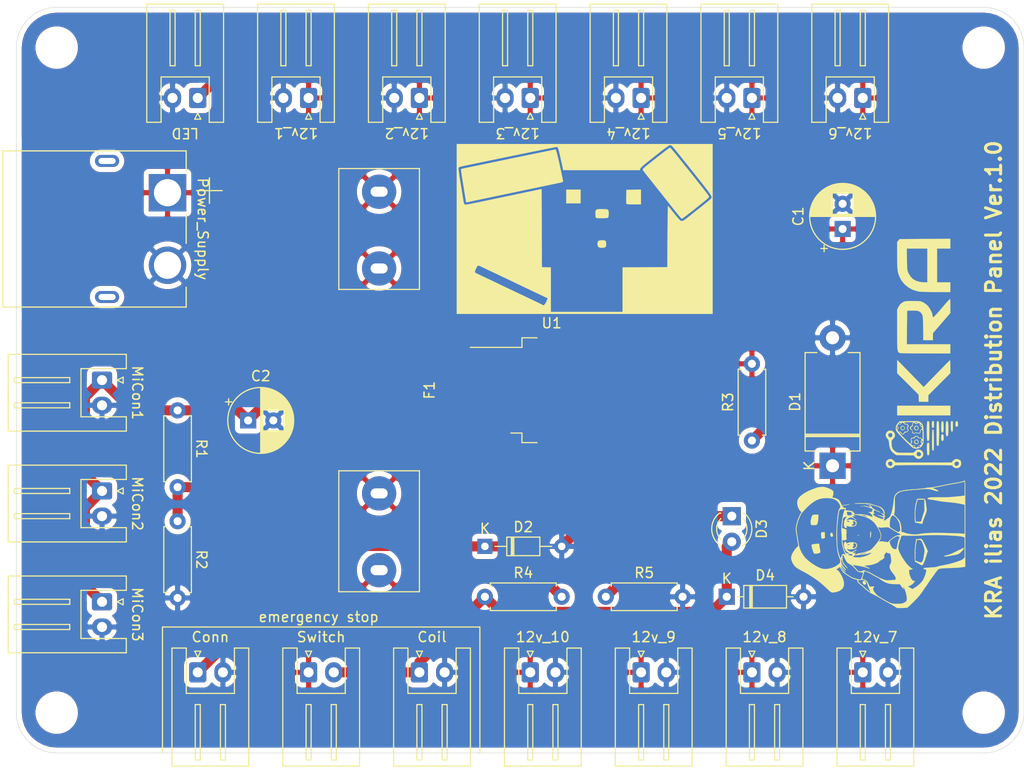
<source format=kicad_pcb>
(kicad_pcb (version 20171130) (host pcbnew "(5.1.12)-1")
  (layers (0 F.Cu signal) (31 B.Cu signal) (34 B.Paste user) (35 F.Paste user) (36 B.SilkS user) (37 F.SilkS user) (38 B.Mask user) (39 F.Mask user) (44 Edge.Cuts user))
  (net 0 "")
  (net 1 GND)
  (net 2 +BATT)
  (net 3 "Net-(D3-Pad1)")
  (net 4 VCC)
  (net 5 "Net-(J2-Pad1)")
  (net 6 "Net-(C2-Pad1)")
  (net 7 "Net-(D2-Pad1)")
  (net 8 "Net-(D3-Pad2)")
  (net 9 "Net-(R1-Pad2)")
  (module logo:rogi_inu (layer F.Cu) (at 126.4 88)
    (fp_text reference G*** hide)
    (fp_text value LOGO hide)
  )
  (module logo:rogi_bijo (layer F.Cu) (at 155.6 118.6 90)
    (fp_text reference G*** hide)
    (fp_text value LOGO hide)
  )
  (module logo:kra_mono_a (layer F.Cu) (at 160 100 90)
    (fp_text reference G*** hide)
    (fp_text value LOGO hide)
  )
  (module MountingHole:MountingHole_3.2mm_M3 (layer F.Cu) (at 166 70)
    (fp_text reference REF2 hide)
    (fp_text value MountingHole_3.2mm_M3)
    (pad 1 np_thru_hole circle (at 0 0) (size 3.2 3.2) (drill 3.2) (layers *.Cu *.Mask))
  )
  (module MountingHole:MountingHole_3.2mm_M3 (layer F.Cu) (at 166 136)
    (fp_text reference REF3 hide)
    (fp_text value MountingHole_3.2mm_M3)
    (pad 1 np_thru_hole circle (at 0 0) (size 3.2 3.2) (drill 3.2) (layers *.Cu *.Mask))
  )
  (module MountingHole:MountingHole_3.2mm_M3 (layer F.Cu) (at 74 70)
    (fp_text reference REF1 hide)
    (fp_text value MountingHole_3.2mm_M3)
    (pad 1 np_thru_hole circle (at 0 0) (size 3.2 3.2) (drill 3.2) (layers *.Cu *.Mask))
  )
  (module MountingHole:MountingHole_3.2mm_M3 (layer F.Cu) (at 74 136)
    (fp_text reference REF4 hide)
    (fp_text value MountingHole_3.2mm_M3)
    (pad 1 np_thru_hole circle (at 0 0) (size 3.2 3.2) (drill 3.2) (layers *.Cu *.Mask))
  )
  (module Diode_THT:D_DO-201_P12.70mm_Horizontal (layer F.Cu) (at 151 111.5 90)
    (fp_text reference D1 (at 6.35 -3.725 90 unlocked) (layer F.SilkS))
    (fp_text value D_Schottky)
    (fp_text user K (at 0 -2.3 90) (layer F.SilkS))
    (pad 1 thru_hole rect (at 0 0 90) (size 2.6 2.6) (drill 1.3) (layers *.Cu *.Mask) (net 4 VCC))
    (pad 2 thru_hole oval (at 12.7 0 90) (size 2.6 2.6) (drill 1.3) (layers *.Cu *.Mask) (net 1 GND))
  )
  (module Diode_THT:D_DO-34_SOD68_P7.62mm_Horizontal (layer F.Cu) (at 116.5 119.5)
    (fp_text reference D2 (at 3.81 -1.92) (layer F.SilkS))
    (fp_text value D_Zener)
    (fp_text user K (at 0 -1.75) (layer F.SilkS))
    (pad 1 thru_hole rect (at 0 0) (size 1.5 1.5) (drill 0.75) (layers *.Cu *.Mask) (net 7 "Net-(D2-Pad1)"))
    (pad 2 thru_hole oval (at 7.62 0) (size 1.5 1.5) (drill 0.75) (layers *.Cu *.Mask) (net 1 GND))
  )
  (module LED_THT:LED_D3.0mm (layer F.Cu) (at 141 116.5 270)
    (fp_text reference D3 (at 1.27 -2.96 90) (layer F.SilkS))
    (fp_text value LED)
    (pad 1 thru_hole rect (at 0 0 270) (size 1.8 1.8) (drill 0.9) (layers *.Cu *.Mask) (net 3 "Net-(D3-Pad1)"))
    (pad 2 thru_hole circle (at 2.54 0 270) (size 1.8 1.8) (drill 0.9) (layers *.Cu *.Mask) (net 8 "Net-(D3-Pad2)"))
  )
  (module Diode_THT:D_DO-35_SOD27_P7.62mm_Horizontal (layer F.Cu) (at 140.5 124.5)
    (fp_text reference D4 (at 3.81 -2.12) (layer F.SilkS))
    (fp_text value D_Schottky)
    (fp_text user K (at 0 -1.8) (layer F.SilkS))
    (pad 1 thru_hole rect (at 0 0) (size 1.6 1.6) (drill 0.8) (layers *.Cu *.Mask) (net 8 "Net-(D3-Pad2)"))
    (pad 2 thru_hole oval (at 7.62 0) (size 1.6 1.6) (drill 0.8) (layers *.Cu *.Mask) (net 1 GND))
  )
  (module Fuse:Fuse_Holder (layer F.Cu) (at 106 103 270)
    (fp_text reference F1 (at 1 -5 90) (layer F.SilkS))
    (fp_text value Fuse)
    (pad 1 thru_hole circle (at -18.7 0 270) (size 3.4 3.4) (drill oval 1 1.7) (layers *.Cu *.Mask) (net 2 +BATT))
    (pad 1 thru_hole circle (at -11.08 0 270) (size 3.4 3.4) (drill oval 1 1.7) (layers *.Cu *.Mask) (net 2 +BATT))
    (pad 2 thru_hole circle (at 11.24 0 270) (size 3.4 3.4) (drill oval 1 1.7) (layers *.Cu *.Mask) (net 4 VCC))
    (pad 2 thru_hole circle (at 18.86 0 270) (size 3.4 3.4) (drill oval 1 1.7) (layers *.Cu *.Mask) (net 4 VCC))
  )
  (module XT60PW-M:AMASS_XT60PW-M (layer F.Cu) (at 79 88 90)
    (fp_text reference Power_Supply (at 0 9.5 270 unlocked) (layer F.SilkS) (effects (font (size 1.000441 1.000441))))
    (fp_text value XT60)
    (pad 2 thru_hole circle (at -3.6 6 90) (size 3.716 3.716) (drill 2.7) (layers *.Cu *.Mask) (net 1 GND))
    (pad 1 thru_hole rect (at 3.6 6 90) (size 3.716 3.716) (drill 2.7) (layers *.Cu *.Mask) (net 2 +BATT))
    (pad S2 thru_hole oval (at -6.75 0 90) (size 1.2 2.4) (drill oval 0.6 1.7) (layers *.Cu *.Mask))
    (pad S1 thru_hole oval (at 6.75 0 90) (size 1.2 2.4) (drill oval 0.6 1.7) (layers *.Cu *.Mask))
  )
  (module Connector_JST:JST_XH_S2B-XH-A_1x02_P2.50mm_Horizontal (layer F.Cu) (at 88 75 180)
    (fp_text reference LED (at 1.25 -3.5 180 unlocked) (layer F.SilkS))
    (fp_text value XH_led)
    (pad 2 thru_hole oval (at 2.5 0 180) (size 1.7 2) (drill 1) (layers *.Cu *.Mask) (net 1 GND))
    (pad 1 thru_hole roundrect (at 0 0 180) (size 1.7 2) (drill 1) (layers *.Cu *.Mask) (roundrect_rratio 0.1470588235294118) (net 5 "Net-(J2-Pad1)"))
  )
  (module Connector_JST:JST_XH_S2B-XH-A_1x02_P2.50mm_Horizontal (layer F.Cu) (at 78.5 103 270)
    (fp_text reference MiCon1 (at 1.25 -3.5 270 unlocked) (layer F.SilkS))
    (fp_text value XH_MiCom_1)
    (pad 1 thru_hole roundrect (at 0 0 270) (size 1.7 2) (drill 1) (layers *.Cu *.Mask) (roundrect_rratio 0.1470588235294118) (net 6 "Net-(C2-Pad1)"))
    (pad 2 thru_hole oval (at 2.5 0 270) (size 1.7 2) (drill 1) (layers *.Cu *.Mask) (net 1 GND))
  )
  (module Connector_JST:JST_XH_S2B-XH-A_1x02_P2.50mm_Horizontal (layer F.Cu) (at 78.5 114 270)
    (fp_text reference MiCon2 (at 1.25 -3.5 270 unlocked) (layer F.SilkS))
    (fp_text value XH_MiCom_2)
    (pad 2 thru_hole oval (at 2.5 0 270) (size 1.7 2) (drill 1) (layers *.Cu *.Mask) (net 1 GND))
    (pad 1 thru_hole roundrect (at 0 0 270) (size 1.7 2) (drill 1) (layers *.Cu *.Mask) (roundrect_rratio 0.1470588235294118) (net 6 "Net-(C2-Pad1)"))
  )
  (module Connector_JST:JST_XH_S2B-XH-A_1x02_P2.50mm_Horizontal (layer F.Cu) (at 78.5 125 270)
    (fp_text reference MiCon3 (at 1.25 -3.5 270 unlocked) (layer F.SilkS))
    (fp_text value XH_MiCom_3)
    (pad 1 thru_hole roundrect (at 0 0 270) (size 1.7 2) (drill 1) (layers *.Cu *.Mask) (roundrect_rratio 0.1470588235294118) (net 6 "Net-(C2-Pad1)"))
    (pad 2 thru_hole oval (at 2.5 0 270) (size 1.7 2) (drill 1) (layers *.Cu *.Mask) (net 1 GND))
  )
  (module Connector_JST:JST_XH_S2B-XH-A_1x02_P2.50mm_Horizontal (layer F.Cu) (at 88 132)
    (fp_text reference Conn (at 1.25 -3.5) (layer F.SilkS))
    (fp_text value Conn_01x02_Male)
    (pad 1 thru_hole roundrect (at 0 0) (size 1.7 2) (drill 1) (layers *.Cu *.Mask) (roundrect_rratio 0.1470588235294118) (net 7 "Net-(D2-Pad1)"))
    (pad 2 thru_hole oval (at 2.5 0) (size 1.7 2) (drill 1) (layers *.Cu *.Mask) (net 1 GND))
  )
  (module Connector_JST:JST_XH_S2B-XH-A_1x02_P2.50mm_Horizontal (layer F.Cu) (at 99 132)
    (fp_text reference Switch (at 1.25 -3.5) (layer F.SilkS))
    (fp_text value switch)
    (pad 1 thru_hole roundrect (at 0 0) (size 1.7 2) (drill 1) (layers *.Cu *.Mask) (roundrect_rratio 0.1470588235294118) (net 4 VCC))
    (pad 2 thru_hole oval (at 2.5 0) (size 1.7 2) (drill 1) (layers *.Cu *.Mask) (net 8 "Net-(D3-Pad2)"))
  )
  (module Connector_JST:JST_XH_S2B-XH-A_1x02_P2.50mm_Horizontal (layer F.Cu) (at 110 132)
    (fp_text reference Coil (at 1.25 -3.5) (layer F.SilkS))
    (fp_text value coil)
    (pad 2 thru_hole oval (at 2.5 0) (size 1.7 2) (drill 1) (layers *.Cu *.Mask) (net 1 GND))
    (pad 1 thru_hole roundrect (at 0 0) (size 1.7 2) (drill 1) (layers *.Cu *.Mask) (roundrect_rratio 0.1470588235294118) (net 8 "Net-(D3-Pad2)"))
  )
  (module Connector_JST:JST_XH_S2B-XH-A_1x02_P2.50mm_Horizontal (layer F.Cu) (at 99 75 180)
    (fp_text reference 12v_1 (at 1.25 -3.5 180 unlocked) (layer F.SilkS))
    (fp_text value XH_MD_1)
    (pad 1 thru_hole roundrect (at 0 0 180) (size 1.7 2) (drill 1) (layers *.Cu *.Mask) (roundrect_rratio 0.1470588235294118) (net 4 VCC))
    (pad 2 thru_hole oval (at 2.5 0 180) (size 1.7 2) (drill 1) (layers *.Cu *.Mask) (net 1 GND))
  )
  (module Connector_JST:JST_XH_S2B-XH-A_1x02_P2.50mm_Horizontal (layer F.Cu) (at 110 75 180)
    (fp_text reference 12v_2 (at 1.25 -3.5 180 unlocked) (layer F.SilkS))
    (fp_text value XH_MD_2)
    (pad 2 thru_hole oval (at 2.5 0 180) (size 1.7 2) (drill 1) (layers *.Cu *.Mask) (net 1 GND))
    (pad 1 thru_hole roundrect (at 0 0 180) (size 1.7 2) (drill 1) (layers *.Cu *.Mask) (roundrect_rratio 0.1470588235294118) (net 4 VCC))
  )
  (module Connector_JST:JST_XH_S2B-XH-A_1x02_P2.50mm_Horizontal (layer F.Cu) (at 121 75 180)
    (fp_text reference 12v_3 (at 1.25 -3.5 180 unlocked) (layer F.SilkS))
    (fp_text value XH_MD_3)
    (pad 1 thru_hole roundrect (at 0 0 180) (size 1.7 2) (drill 1) (layers *.Cu *.Mask) (roundrect_rratio 0.1470588235294118) (net 4 VCC))
    (pad 2 thru_hole oval (at 2.5 0 180) (size 1.7 2) (drill 1) (layers *.Cu *.Mask) (net 1 GND))
  )
  (module Connector_JST:JST_XH_S2B-XH-A_1x02_P2.50mm_Horizontal (layer F.Cu) (at 132 75 180)
    (fp_text reference 12v_4 (at 1.25 -3.5 180 unlocked) (layer F.SilkS))
    (fp_text value XH_MD_4)
    (pad 2 thru_hole oval (at 2.5 0 180) (size 1.7 2) (drill 1) (layers *.Cu *.Mask) (net 1 GND))
    (pad 1 thru_hole roundrect (at 0 0 180) (size 1.7 2) (drill 1) (layers *.Cu *.Mask) (roundrect_rratio 0.1470588235294118) (net 4 VCC))
  )
  (module Connector_JST:JST_XH_S2B-XH-A_1x02_P2.50mm_Horizontal (layer F.Cu) (at 143 75 180)
    (fp_text reference 12v_5 (at 1.25 -3.5 180 unlocked) (layer F.SilkS))
    (fp_text value XH_MD_5)
    (pad 1 thru_hole roundrect (at 0 0 180) (size 1.7 2) (drill 1) (layers *.Cu *.Mask) (roundrect_rratio 0.1470588235294118) (net 4 VCC))
    (pad 2 thru_hole oval (at 2.5 0 180) (size 1.7 2) (drill 1) (layers *.Cu *.Mask) (net 1 GND))
  )
  (module Connector_JST:JST_XH_S2B-XH-A_1x02_P2.50mm_Horizontal (layer F.Cu) (at 154 75 180)
    (fp_text reference 12v_6 (at 1.25 -3.5 180 unlocked) (layer F.SilkS))
    (fp_text value XH_MD_6)
    (pad 2 thru_hole oval (at 2.5 0 180) (size 1.7 2) (drill 1) (layers *.Cu *.Mask) (net 1 GND))
    (pad 1 thru_hole roundrect (at 0 0 180) (size 1.7 2) (drill 1) (layers *.Cu *.Mask) (roundrect_rratio 0.1470588235294118) (net 4 VCC))
  )
  (module Connector_JST:JST_XH_S2B-XH-A_1x02_P2.50mm_Horizontal (layer F.Cu) (at 154 132)
    (fp_text reference 12v_7 (at 1.25 -3.5) (layer F.SilkS))
    (fp_text value XH_MD_7)
    (pad 2 thru_hole oval (at 2.5 0) (size 1.7 2) (drill 1) (layers *.Cu *.Mask) (net 1 GND))
    (pad 1 thru_hole roundrect (at 0 0) (size 1.7 2) (drill 1) (layers *.Cu *.Mask) (roundrect_rratio 0.1470588235294118) (net 4 VCC))
  )
  (module Connector_JST:JST_XH_S2B-XH-A_1x02_P2.50mm_Horizontal (layer F.Cu) (at 143 132)
    (fp_text reference 12v_8 (at 1.25 -3.5) (layer F.SilkS))
    (fp_text value XH_MD_8)
    (pad 1 thru_hole roundrect (at 0 0) (size 1.7 2) (drill 1) (layers *.Cu *.Mask) (roundrect_rratio 0.1470588235294118) (net 4 VCC))
    (pad 2 thru_hole oval (at 2.5 0) (size 1.7 2) (drill 1) (layers *.Cu *.Mask) (net 1 GND))
  )
  (module Connector_JST:JST_XH_S2B-XH-A_1x02_P2.50mm_Horizontal (layer F.Cu) (at 132 132)
    (fp_text reference 12v_9 (at 1.25 -3.5) (layer F.SilkS))
    (fp_text value XH_MD_1)
    (pad 2 thru_hole oval (at 2.5 0) (size 1.7 2) (drill 1) (layers *.Cu *.Mask) (net 1 GND))
    (pad 1 thru_hole roundrect (at 0 0) (size 1.7 2) (drill 1) (layers *.Cu *.Mask) (roundrect_rratio 0.1470588235294118) (net 4 VCC))
  )
  (module Connector_JST:JST_XH_S2B-XH-A_1x02_P2.50mm_Horizontal (layer F.Cu) (at 121 132)
    (fp_text reference 12v_10 (at 1.25 -3.5) (layer F.SilkS))
    (fp_text value XH_MD_2)
    (pad 1 thru_hole roundrect (at 0 0) (size 1.7 2) (drill 1) (layers *.Cu *.Mask) (roundrect_rratio 0.1470588235294118) (net 4 VCC))
    (pad 2 thru_hole oval (at 2.5 0) (size 1.7 2) (drill 1) (layers *.Cu *.Mask) (net 1 GND))
  )
  (module Resistor_THT:R_Axial_DIN0207_L6.3mm_D2.5mm_P7.62mm_Horizontal (layer F.Cu) (at 86 106 270)
    (fp_text reference R1 (at 3.81 -2.37 270 unlocked) (layer F.SilkS))
    (fp_text value 3k)
    (pad 2 thru_hole oval (at 7.62 0 270) (size 1.6 1.6) (drill 0.8) (layers *.Cu *.Mask) (net 9 "Net-(R1-Pad2)"))
    (pad 1 thru_hole circle (at 0 0 270) (size 1.6 1.6) (drill 0.8) (layers *.Cu *.Mask) (net 6 "Net-(C2-Pad1)"))
  )
  (module Resistor_THT:R_Axial_DIN0207_L6.3mm_D2.5mm_P7.62mm_Horizontal (layer F.Cu) (at 86 117 270)
    (fp_text reference R2 (at 3.81 -2.37 270 unlocked) (layer F.SilkS))
    (fp_text value 1k)
    (pad 1 thru_hole circle (at 0 0 270) (size 1.6 1.6) (drill 0.8) (layers *.Cu *.Mask) (net 9 "Net-(R1-Pad2)"))
    (pad 2 thru_hole oval (at 7.62 0 270) (size 1.6 1.6) (drill 0.8) (layers *.Cu *.Mask) (net 1 GND))
  )
  (module Resistor_THT:R_Axial_DIN0207_L6.3mm_D2.5mm_P7.62mm_Horizontal (layer F.Cu) (at 143 109 90)
    (fp_text reference R3 (at 3.81 -2.37 90 unlocked) (layer F.SilkS))
    (fp_text value 1k)
    (pad 1 thru_hole circle (at 0 0 90) (size 1.6 1.6) (drill 0.8) (layers *.Cu *.Mask) (net 5 "Net-(J2-Pad1)"))
    (pad 2 thru_hole oval (at 7.62 0 90) (size 1.6 1.6) (drill 0.8) (layers *.Cu *.Mask) (net 4 VCC))
  )
  (module Resistor_THT:R_Axial_DIN0207_L6.3mm_D2.5mm_P7.62mm_Horizontal (layer F.Cu) (at 116.5 124.5)
    (fp_text reference R4 (at 3.81 -2.37) (layer F.SilkS))
    (fp_text value 2k)
    (pad 2 thru_hole oval (at 7.62 0) (size 1.6 1.6) (drill 0.8) (layers *.Cu *.Mask) (net 7 "Net-(D2-Pad1)"))
    (pad 1 thru_hole circle (at 0 0) (size 1.6 1.6) (drill 0.8) (layers *.Cu *.Mask) (net 8 "Net-(D3-Pad2)"))
  )
  (module Resistor_THT:R_Axial_DIN0207_L6.3mm_D2.5mm_P7.62mm_Horizontal (layer F.Cu) (at 128.5 124.5)
    (fp_text reference R5 (at 3.81 -2.37) (layer F.SilkS))
    (fp_text value 680)
    (pad 1 thru_hole circle (at 0 0) (size 1.6 1.6) (drill 0.8) (layers *.Cu *.Mask) (net 3 "Net-(D3-Pad1)"))
    (pad 2 thru_hole oval (at 7.62 0) (size 1.6 1.6) (drill 0.8) (layers *.Cu *.Mask) (net 1 GND))
  )
  (module Package_TO_SOT_SMD:TO-263-5_TabPin3 (layer F.Cu) (at 123.125 104)
    (fp_text reference U1 (at 0 -6.65) (layer F.SilkS))
    (fp_text value TPS75501R)
    (pad 1 smd rect (at -5.775 -3.4) (size 4.6 1.1) (layers F.Cu F.Paste F.Mask) (net 4 VCC))
    (pad 2 smd rect (at -5.775 -1.7) (size 4.6 1.1) (layers F.Cu F.Paste F.Mask) (net 4 VCC))
    (pad 3 smd rect (at -5.775 0) (size 4.6 1.1) (layers F.Cu F.Paste F.Mask) (net 1 GND))
    (pad 4 smd rect (at -5.775 1.7) (size 4.6 1.1) (layers F.Cu F.Paste F.Mask) (net 6 "Net-(C2-Pad1)"))
    (pad 5 smd rect (at -5.775 3.4) (size 4.6 1.1) (layers F.Cu F.Paste F.Mask) (net 9 "Net-(R1-Pad2)"))
    (pad 3 smd rect (at 3.375 0) (size 9.4 10.8) (layers F.Cu F.Mask) (net 1 GND))
  )
  (module Capacitor_THT:CP_Radial_D6.3mm_P2.50mm (layer F.Cu) (at 152 88 90)
    (fp_text reference C1 (at 1.25 -4.4 90) (layer F.SilkS))
    (fp_text value 100u)
    (pad 1 thru_hole rect (at 0 0 90) (size 1.6 1.6) (drill 0.8) (layers *.Cu *.Mask) (net 4 VCC))
    (pad 2 thru_hole circle (at 2.5 0 90) (size 1.6 1.6) (drill 0.8) (layers *.Cu *.Mask) (net 1 GND))
  )
  (module Capacitor_THT:CP_Radial_D6.3mm_P2.50mm (layer F.Cu) (at 93 107)
    (fp_text reference C2 (at 1.25 -4.4) (layer F.SilkS))
    (fp_text value 100u)
    (pad 2 thru_hole circle (at 2.5 0) (size 1.6 1.6) (drill 0.8) (layers *.Cu *.Mask) (net 1 GND))
    (pad 1 thru_hole rect (at 0 0) (size 1.6 1.6) (drill 0.8) (layers *.Cu *.Mask) (net 6 "Net-(C2-Pad1)"))
  )
  (gr_text "KRA ilias 2022 Distribution Panel Ver.1.0\n" (at 167 103 90) (layer F.SilkS) (effects (font (size 1.5 1.5) (thickness 0.3))))
  (gr_text "emergency stop" (at 100 126.5) (layer F.SilkS) (effects (font (size 1 1))))
  (gr_line (start 116 127.5) (end 116 140) (layer F.SilkS) (width 0.12))
  (gr_line (start 84.5 127.5) (end 116 127.5) (layer F.SilkS) (width 0.12))
  (gr_line (start 84.5 128) (end 84.5 127.5) (layer F.SilkS) (width 0.12))
  (gr_line (start 84.5 140) (end 84.5 128) (layer F.SilkS) (width 0.12))
  (gr_line (start 70 70) (end 70 134) (layer Edge.Cuts) (width 0.05))
  (gr_line (start 170 70) (end 170 136) (layer Edge.Cuts) (width 0.05))
  (gr_line (start 74 66) (end 166 66) (layer Edge.Cuts) (width 0.05))
  (gr_line (start 74 140) (end 166 140) (layer Edge.Cuts) (width 0.05))
  (gr_line (start 70 134) (end 70 136) (layer Edge.Cuts) (width 0.05))
  (gr_arc (start 166 70) (end 170 70) (angle -90) (layer Edge.Cuts) (width 0.05))
  (gr_arc (start 74 70) (end 74 66) (angle -90) (layer Edge.Cuts) (width 0.05))
  (gr_arc (start 166 136) (end 166 140) (angle -90) (layer Edge.Cuts) (width 0.05))
  (gr_arc (start 74 136) (end 70 136) (angle -90) (layer Edge.Cuts) (width 0.05))
  (segment (start 117.35 104) (end 126.5 104) (width 1) (layer F.Cu) (net 1))
  (segment (start 126.5 117.12) (end 124.12 119.5) (width 1) (layer F.Cu) (net 1))
  (segment (start 126.5 104) (end 126.5 117.12) (width 1) (layer F.Cu) (net 1))
  (segment (start 136.5 116.5) (end 128.5 124.5) (width 1) (layer F.Cu) (net 3))
  (segment (start 141 116.5) (end 136.5 116.5) (width 1) (layer F.Cu) (net 3))
  (segment (start 144.500001 107.499999) (end 143 109) (width 1) (layer F.Cu) (net 5))
  (segment (start 145.5 84) (end 145.5 106.5) (width 1) (layer F.Cu) (net 5))
  (segment (start 133 71.5) (end 145.5 84) (width 1) (layer F.Cu) (net 5))
  (segment (start 91.5 71.5) (end 133 71.5) (width 1) (layer F.Cu) (net 5))
  (segment (start 145.5 106.5) (end 144.500001 107.499999) (width 1) (layer F.Cu) (net 5))
  (segment (start 88 75) (end 91.5 71.5) (width 1) (layer F.Cu) (net 5))
  (segment (start 76.79999 123.29999) (end 78.5 125) (width 1) (layer F.Cu) (net 6))
  (segment (start 78.5 114) (end 76.79999 115.70001) (width 1) (layer F.Cu) (net 6))
  (segment (start 92 106) (end 93 107) (width 1) (layer F.Cu) (net 6))
  (segment (start 86 106) (end 92 106) (width 1) (layer F.Cu) (net 6))
  (segment (start 94.500001 105.499999) (end 93 107) (width 1) (layer F.Cu) (net 6))
  (segment (start 97.420002 105.7) (end 97.220001 105.499999) (width 1) (layer F.Cu) (net 6))
  (segment (start 97.220001 105.499999) (end 94.500001 105.499999) (width 1) (layer F.Cu) (net 6))
  (segment (start 113.7 105.7) (end 117.35 105.7) (width 1) (layer F.Cu) (net 6))
  (segment (start 97.420002 105.7) (end 113.7 105.7) (width 1) (layer F.Cu) (net 6))
  (segment (start 81.5 106) (end 78.5 103) (width 1) (layer F.Cu) (net 6))
  (segment (start 86 106) (end 81.5 106) (width 1) (layer F.Cu) (net 6))
  (segment (start 76.79999 112.29999) (end 78.5 114) (width 1) (layer F.Cu) (net 6))
  (segment (start 76.79999 104.70001) (end 76.79999 112.29999) (width 1) (layer F.Cu) (net 6))
  (segment (start 78.5 103) (end 76.79999 104.70001) (width 1) (layer F.Cu) (net 6))
  (segment (start 76.79999 115.70001) (end 76.79999 123.29999) (width 1) (layer F.Cu) (net 6))
  (segment (start 119.12 119.5) (end 124.12 124.5) (width 1) (layer F.Cu) (net 7))
  (segment (start 116.5 119.5) (end 119.12 119.5) (width 1) (layer F.Cu) (net 7))
  (segment (start 116.5 119.5) (end 114.75 119.5) (width 1) (layer F.Cu) (net 7))
  (segment (start 100.540001 119.459999) (end 88 132) (width 1) (layer F.Cu) (net 7))
  (segment (start 114.709999 119.459999) (end 100.540001 119.459999) (width 1) (layer F.Cu) (net 7))
  (segment (start 114.75 119.5) (end 114.709999 119.459999) (width 1) (layer F.Cu) (net 7))
  (segment (start 140.5 119.54) (end 141 119.04) (width 1) (layer F.Cu) (net 8))
  (segment (start 140.5 124.5) (end 140.5 119.54) (width 1) (layer F.Cu) (net 8))
  (segment (start 110 131) (end 110 132) (width 1) (layer F.Cu) (net 8))
  (segment (start 116.5 124.5) (end 110 131) (width 1) (layer F.Cu) (net 8))
  (segment (start 110 132) (end 101.5 132) (width 1) (layer F.Cu) (net 8))
  (segment (start 138.999999 126.000001) (end 140.5 124.5) (width 1) (layer F.Cu) (net 8))
  (segment (start 118.000001 126.000001) (end 138.999999 126.000001) (width 1) (layer F.Cu) (net 8))
  (segment (start 116.5 124.5) (end 118.000001 126.000001) (width 1) (layer F.Cu) (net 8))
  (segment (start 95.38 113.62) (end 86 113.62) (width 1) (layer F.Cu) (net 9))
  (segment (start 101.6 107.4) (end 95.38 113.62) (width 1) (layer F.Cu) (net 9))
  (segment (start 117.35 107.4) (end 101.6 107.4) (width 1) (layer F.Cu) (net 9))
  (segment (start 86 113.62) (end 86 117) (width 1) (layer F.Cu) (net 9))
  (zone (net 1) (net_name GND) (layer B.Cu) (connect_pads (clearance 0.508)) (min_thickness 0.254) (fill yes (arc_segments 32) (thermal_gap 0.508) (thermal_bridge_width 0.508))
    (polygon (pts (xy 170 140) (xy 70 140) (xy 70 66) (xy 170 66)))
  )
  (zone (net 4) (net_name VCC) (layer F.Cu) (connect_pads (clearance 0.508)) (min_thickness 0.254) (fill yes (arc_segments 32) (thermal_gap 0.508) (thermal_bridge_width 0.508))
    (polygon (pts (xy 170 140) (xy 70 140) (xy 70 97) (xy 111 97) (xy 111 79) (xy 70 79) (xy 70 66) (xy 170 66)))
  )
  (zone (net 2) (net_name +BATT) (layer F.Cu) (connect_pads (clearance 0.508)) (min_thickness 0.254) (fill yes (arc_segments 32) (thermal_gap 0.508) (thermal_bridge_width 0.508))
    (polygon (pts (xy 110 96) (xy 70 96) (xy 70 80) (xy 110 80)))
  )
)
</source>
